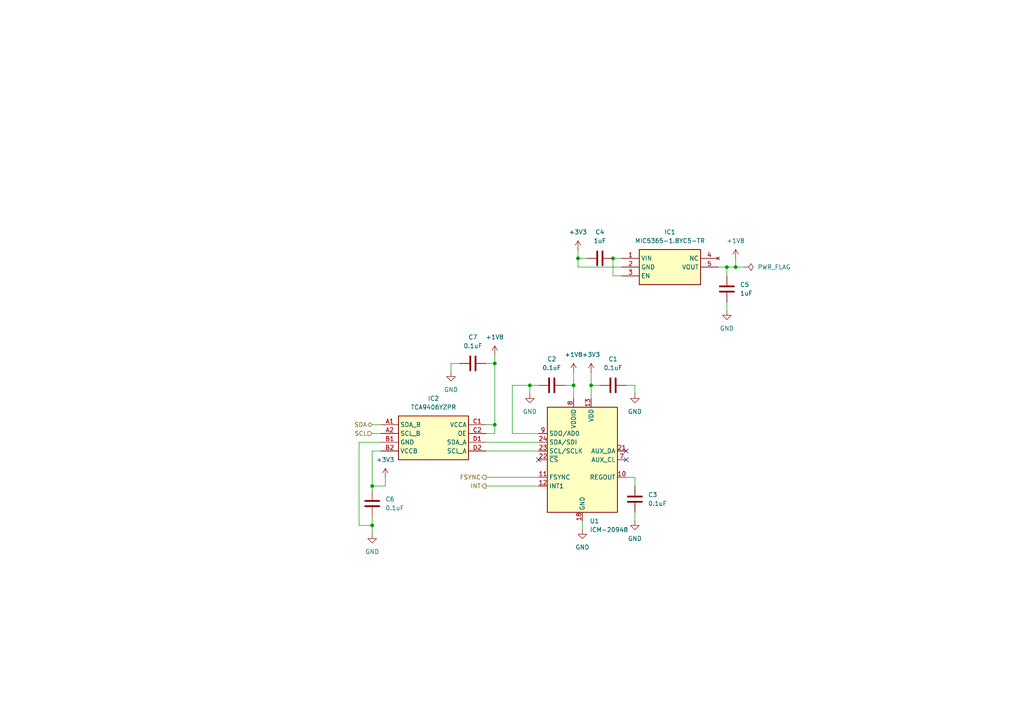
<source format=kicad_sch>
(kicad_sch (version 20250114) (generator "eeschema") (generator_version "9.0")
  (paper "A4")
  (lib_symbols
    (symbol "Device:C" (pin_numbers (hide yes)) (pin_names (offset 0.254))
      (property "Reference" "C" (at 0.635 2.54 0))
      (property "Value" "C" (at 0.635 -2.54 0))
      (symbol "C_0_1"
        (polyline (pts (xy -2.032 0.762) (xy 2.032 0.762)) (stroke (width 0.508)))
        (polyline (pts (xy -2.032 -0.762) (xy 2.032 -0.762)) (stroke (width 0.508)))
      )
      (symbol "C_1_1"
        (pin passive line (at 0 3.81 270) (length 2.794) (name "~") (number "1"))
        (pin passive line (at 0 -3.81 90) (length 2.794) (name "~") (number "2"))
      )
    )
    (symbol "SamacSys_Parts:MIC5365-1.8YC5-TR"
      (property "Reference" "IC" (at 24.13 7.62 0))
      (property "Value" "MIC5365-1.8YC5-TR" (at 24.13 5.08 0))
      (symbol "MIC5365-1.8YC5-TR_1_1"
        (rectangle (start 5.08 2.54) (end 22.86 -7.62) (stroke (width 0.254)) (fill (type background)))
        (pin passive line (at 0 0 0) (length 5.08) (name "VIN") (number "1"))
        (pin passive line (at 0 -2.54 0) (length 5.08) (name "GND") (number "2"))
        (pin passive line (at 0 -5.08 0) (length 5.08) (name "EN") (number "3"))
        (pin no_connect line (at 27.94 0 180) (length 5.08) (name "NC") (number "4"))
        (pin passive line (at 27.94 -2.54 180) (length 5.08) (name "VOUT") (number "5"))
      )
    )
    (symbol "SamacSys_Parts:TCA9406YZPR"
      (property "Reference" "IC" (at 26.67 7.62 0))
      (property "Value" "TCA9406YZPR" (at 26.67 5.08 0))
      (symbol "TCA9406YZPR_1_1"
        (rectangle (start 5.08 2.54) (end 25.4 -10.16) (stroke (width 0.254)) (fill (type background)))
        (pin passive line (at 0 0 0) (length 5.08) (name "SDA_B") (number "A1"))
        (pin passive line (at 0 -2.54 0) (length 5.08) (name "SCL_B") (number "A2"))
        (pin passive line (at 0 -5.08 0) (length 5.08) (name "GND") (number "B1"))
        (pin passive line (at 0 -7.62 0) (length 5.08) (name "VCCB") (number "B2"))
        (pin passive line (at 30.48 0 180) (length 5.08) (name "VCCA") (number "C1"))
        (pin passive line (at 30.48 -2.54 180) (length 5.08) (name "OE") (number "C2"))
        (pin passive line (at 30.48 -5.08 180) (length 5.08) (name "SDA_A") (number "D1"))
        (pin passive line (at 30.48 -7.62 180) (length 5.08) (name "SCL_A") (number "D2"))
      )
    )
    (symbol "Sensor_Motion:ICM-20948"
      (property "Reference" "U" (at -11.43 16.51 0))
      (property "Value" "ICM-20948" (at 7.62 -16.51 0))
      (symbol "ICM-20948_0_1"
        (rectangle (start -10.16 15.24) (end 10.16 -15.24) (stroke (width 0.254)) (fill (type background)))
      )
      (symbol "ICM-20948_1_1"
        (pin bidirectional line (at -12.7 7.62 0) (length 2.54) (name "SDO/AD0") (number "9"))
        (pin bidirectional line (at -12.7 5.08 0) (length 2.54) (name "SDA/SDI") (number "24"))
        (pin input line (at -12.7 2.54 0) (length 2.54) (name "SCL/SCLK") (number "23"))
        (pin input line (at -12.7 0 0) (length 2.54) (name "~{CS}") (number "22"))
        (pin input line (at -12.7 -5.08 0) (length 2.54) (name "FSYNC") (number "11"))
        (pin output line (at -12.7 -7.62 0) (length 2.54) (name "INT1") (number "12"))
        (pin no_connect line (at -10.16 12.7 0) (length 2.54) (hide yes) (name "NC") (number "1"))
        (pin no_connect line (at -10.16 10.16 0) (length 2.54) (hide yes) (name "NC") (number "2"))
        (pin no_connect line (at -10.16 -2.54 0) (length 2.54) (hide yes) (name "NC") (number "3"))
        (pin no_connect line (at -10.16 -10.16 0) (length 2.54) (hide yes) (name "NC") (number "4"))
        (pin no_connect line (at -10.16 -12.7 0) (length 2.54) (hide yes) (name "NC") (number "5"))
        (pin power_in line (at -2.54 17.78 270) (length 2.54) (name "VDDIO") (number "8"))
        (pin power_in line (at 0 -17.78 90) (length 2.54) (name "GND") (number "18"))
        (pin passive line (at 0 -17.78 90) (length 2.54) (hide yes) (name "GND") (number "20"))
        (pin power_in line (at 2.54 17.78 270) (length 2.54) (name "VDD") (number "13"))
        (pin no_connect line (at 10.16 10.16 180) (length 2.54) (hide yes) (name "NC") (number "6"))
        (pin no_connect line (at 10.16 7.62 180) (length 2.54) (hide yes) (name "NC") (number "14"))
        (pin no_connect line (at 10.16 5.08 180) (length 2.54) (hide yes) (name "NC") (number "15"))
        (pin no_connect line (at 10.16 -7.62 180) (length 2.54) (hide yes) (name "NC") (number "16"))
        (pin no_connect line (at 10.16 -10.16 180) (length 2.54) (hide yes) (name "NC") (number "17"))
        (pin no_connect line (at 10.16 -12.7 180) (length 2.54) (hide yes) (name "RESV") (number "19"))
        (pin bidirectional line (at 12.7 2.54 180) (length 2.54) (name "AUX_DA") (number "21"))
        (pin output line (at 12.7 0 180) (length 2.54) (name "AUX_CL") (number "7"))
        (pin passive line (at 12.7 -5.08 180) (length 2.54) (name "REGOUT") (number "10"))
      )
    )
    (symbol "power:+1V8" (power) (pin_numbers (hide yes)) (pin_names (offset 0) (hide yes))
      (property "Value" "+1V8" (at 0 3.556 0))
      (symbol "+1V8_0_1"
        (polyline (pts (xy -0.762 1.27) (xy 0 2.54)))
        (polyline (pts (xy 0 2.54) (xy 0.762 1.27)))
        (polyline (pts (xy 0 0) (xy 0 2.54)))
      )
      (symbol "+1V8_1_1"
        (pin power_in line (at 0 0 90) (length 0) (name "~") (number "1"))
      )
    )
    (symbol "power:+3V3" (power) (pin_numbers (hide yes)) (pin_names (offset 0) (hide yes))
      (property "Value" "+3V3" (at 0 3.556 0))
      (symbol "+3V3_0_1"
        (polyline (pts (xy -0.762 1.27) (xy 0 2.54)))
        (polyline (pts (xy 0 2.54) (xy 0.762 1.27)))
        (polyline (pts (xy 0 0) (xy 0 2.54)))
      )
      (symbol "+3V3_1_1"
        (pin power_in line (at 0 0 90) (length 0) (name "~") (number "1"))
      )
    )
    (symbol "power:GND" (power) (pin_numbers (hide yes)) (pin_names (offset 0) (hide yes))
      (property "Value" "GND" (at 0 -3.81 0))
      (symbol "GND_0_1"
        (polyline (pts (xy 0 0) (xy 0 -1.27) (xy 1.27 -1.27) (xy 0 -2.54) (xy -1.27 -1.27) (xy 0 -1.27)))
      )
      (symbol "GND_1_1"
        (pin power_in line (at 0 0 270) (length 0) (name "~") (number "1"))
      )
    )
    (symbol "power:PWR_FLAG" (power) (pin_numbers (hide yes)) (pin_names (offset 0) (hide yes))
      (property "Value" "PWR_FLAG" (at 0 3.81 0))
      (symbol "PWR_FLAG_0_0"
        (pin power_out line (at 0 0 90) (length 0) (name "~") (number "1"))
      )
      (symbol "PWR_FLAG_0_1"
        (polyline (pts (xy 0 0) (xy 0 1.27) (xy -1.016 1.905) (xy 0 2.54) (xy 1.016 1.905) (xy 0 1.27)))
      )
    )
  )
  (junction (at 107.95 140.97))
  (junction (at 107.95 152.4))
  (junction (at 143.51 105.41))
  (junction (at 171.45 111.76))
  (junction (at 210.82 77.47))
  (junction (at 153.67 111.76))
  (junction (at 167.64 74.93))
  (junction (at 177.8 74.93))
  (junction (at 166.37 111.76))
  (junction (at 143.51 123.19))
  (junction (at 213.36 77.47))
  (no_connect (at 181.61 130.81))
  (no_connect (at 181.61 133.35))
  (no_connect (at 156.21 133.35))
  (wire (pts (xy 143.51 102.87) (xy 143.51 105.41)))
  (wire (pts (xy 168.91 151.13) (xy 168.91 153.67)))
  (wire (pts (xy 163.83 111.76) (xy 166.37 111.76)))
  (wire (pts (xy 180.34 77.47) (xy 167.64 77.47)))
  (wire (pts (xy 177.8 74.93) (xy 177.8 80.01)))
  (wire (pts (xy 184.15 148.59) (xy 184.15 151.13)))
  (wire (pts (xy 153.67 111.76) (xy 153.67 114.3)))
  (wire (pts (xy 107.95 130.81) (xy 107.95 140.97)))
  (wire (pts (xy 177.8 80.01) (xy 180.34 80.01)))
  (wire (pts (xy 143.51 123.19) (xy 140.97 123.19)))
  (wire (pts (xy 143.51 105.41) (xy 143.51 123.19)))
  (wire (pts (xy 140.97 130.81) (xy 156.21 130.81)))
  (wire (pts (xy 167.64 77.47) (xy 167.64 74.93)))
  (wire (pts (xy 111.76 138.43) (xy 111.76 140.97)))
  (wire (pts (xy 140.97 140.97) (xy 156.21 140.97)))
  (wire (pts (xy 143.51 125.73) (xy 143.51 123.19)))
  (wire (pts (xy 107.95 140.97) (xy 111.76 140.97)))
  (wire (pts (xy 184.15 114.3) (xy 184.15 111.76)))
  (wire (pts (xy 148.59 111.76) (xy 153.67 111.76)))
  (wire (pts (xy 171.45 107.95) (xy 171.45 111.76)))
  (wire (pts (xy 167.64 74.93) (xy 170.18 74.93)))
  (wire (pts (xy 166.37 111.76) (xy 166.37 115.57)))
  (wire (pts (xy 140.97 138.43) (xy 156.21 138.43)))
  (wire (pts (xy 107.95 152.4) (xy 107.95 149.86)))
  (wire (pts (xy 148.59 125.73) (xy 148.59 111.76)))
  (wire (pts (xy 107.95 140.97) (xy 107.95 142.24)))
  (wire (pts (xy 181.61 138.43) (xy 184.15 138.43)))
  (wire (pts (xy 133.35 105.41) (xy 130.81 105.41)))
  (wire (pts (xy 156.21 111.76) (xy 153.67 111.76)))
  (wire (pts (xy 104.14 128.27) (xy 110.49 128.27)))
  (wire (pts (xy 213.36 74.93) (xy 213.36 77.47)))
  (wire (pts (xy 180.34 74.93) (xy 177.8 74.93)))
  (wire (pts (xy 210.82 77.47) (xy 213.36 77.47)))
  (wire (pts (xy 130.81 105.41) (xy 130.81 107.95)))
  (wire (pts (xy 107.95 152.4) (xy 107.95 154.94)))
  (wire (pts (xy 213.36 77.47) (xy 215.9 77.47)))
  (wire (pts (xy 184.15 138.43) (xy 184.15 140.97)))
  (wire (pts (xy 156.21 125.73) (xy 148.59 125.73)))
  (wire (pts (xy 171.45 111.76) (xy 171.45 115.57)))
  (wire (pts (xy 107.95 125.73) (xy 110.49 125.73)))
  (wire (pts (xy 167.64 72.39) (xy 167.64 74.93)))
  (wire (pts (xy 184.15 111.76) (xy 181.61 111.76)))
  (wire (pts (xy 107.95 152.4) (xy 104.14 152.4)))
  (wire (pts (xy 110.49 130.81) (xy 107.95 130.81)))
  (wire (pts (xy 140.97 125.73) (xy 143.51 125.73)))
  (wire (pts (xy 104.14 152.4) (xy 104.14 128.27)))
  (wire (pts (xy 171.45 111.76) (xy 173.99 111.76)))
  (wire (pts (xy 208.28 77.47) (xy 210.82 77.47)))
  (wire (pts (xy 210.82 87.63) (xy 210.82 90.17)))
  (wire (pts (xy 166.37 107.95) (xy 166.37 111.76)))
  (wire (pts (xy 140.97 128.27) (xy 156.21 128.27)))
  (wire (pts (xy 107.95 123.19) (xy 110.49 123.19)))
  (wire (pts (xy 210.82 77.47) (xy 210.82 80.01)))
  (wire (pts (xy 140.97 105.41) (xy 143.51 105.41)))
  (hierarchical_label "SCL" (shape input) (at 107.95 125.73 180))
  (hierarchical_label "FSYNC" (shape output) (at 140.97 138.43 180))
  (hierarchical_label "SDA" (shape bidirectional) (at 107.95 123.19 180))
  (hierarchical_label "INT" (shape output) (at 140.97 140.97 180))
  (symbol (lib_id "Device:C") (at 177.8 111.76 90) (unit 1)
    (property "Reference" "C1" (at 177.8 104.14 90))
    (property "Value" "0.1uF" (at 177.8 106.68 90))
    (property "Footprint" "Capacitor_SMD:C_0402_1005Metric" (effects (hide yes)))
    (property "Description" "Unpolarized capacitor" (effects (hide yes)))
  )
  (symbol (lib_id "power:+3V3") (at 167.64 72.39 0) (unit 1)
    (property "Reference" "#PWR02" (effects (hide yes)))
    (property "Value" "+3V3" (at 167.64 67.31 0))
    (property "Description" "Power symbol creates a global label with name \"+3V3\"" (effects (hide yes)))
  )
  (symbol (lib_id "Sensor_Motion:ICM-20948") (at 168.91 133.35 0) (unit 1)
    (property "Reference" "U1" (at 171.0533 151.13 0) (effects (justify left)))
    (property "Value" "ICM-20948" (at 171.0533 153.67 0) (effects (justify left)))
    (property "Footprint" "Sensor_Motion:InvenSense_QFN-24_3x3mm_P0.4mm" (effects (hide yes)))
    (property "Datasheet" "http://www.invensense.com/wp-content/uploads/2016/06/DS-000189-ICM-20948-v1.3.pdf" (effects (hide yes)))
    (property "Description" "InvenSense 9-Axis Motion Sensor, Accelerometer, Gyroscope, Compass, I2C/SPI, QFN-24" (effects (hide yes)))
  )
  (symbol (lib_id "power:GND") (at 184.15 151.13 0) (unit 1)
    (property "Reference" "#PWR09" (effects (hide yes)))
    (property "Value" "GND" (at 184.15 156.21 0))
    (property "Description" "Power symbol creates a global label with name \"GND\" , ground" (effects (hide yes)))
  )
  (symbol (lib_id "power:GND") (at 130.81 107.95 0) (unit 1)
    (property "Reference" "#PWR015" (effects (hide yes)))
    (property "Value" "GND" (at 130.81 113.03 0))
    (property "Description" "Power symbol creates a global label with name \"GND\" , ground" (effects (hide yes)))
  )
  (symbol (lib_id "power:GND") (at 210.82 90.17 0) (unit 1)
    (property "Reference" "#PWR03" (effects (hide yes)))
    (property "Value" "GND" (at 210.82 95.25 0))
    (property "Description" "Power symbol creates a global label with name \"GND\" , ground" (effects (hide yes)))
  )
  (symbol (lib_id "power:PWR_FLAG") (at 215.9 77.47 270) (unit 1)
    (property "Reference" "#FLG07" (effects (hide yes)))
    (property "Value" "PWR_FLAG" (at 219.71 77.4699 90) (effects (justify left)))
    (property "Description" "Special symbol for telling ERC where power comes from" (effects (hide yes)))
  )
  (symbol (lib_id "power:+1V8") (at 213.36 74.93 0) (unit 1)
    (property "Reference" "#PWR04" (effects (hide yes)))
    (property "Value" "+1V8" (at 213.36 69.85 0))
    (property "Description" "Power symbol creates a global label with name \"+1V8\"" (effects (hide yes)))
  )
  (symbol (lib_id "SamacSys_Parts:TCA9406YZPR") (at 110.49 123.19 0) (unit 1)
    (property "Reference" "IC2" (at 125.73 115.57 0))
    (property "Value" "TCA9406YZPR" (at 125.73 118.11 0))
    (property "Footprint" "SamacSys_Parts:BGA8C50P2X4_89X189X50" (effects (hide yes)))
    (property "Datasheet" "http://www.ti.com/lit/ds/symlink/tca9406.pdf" (effects (hide yes)))
    (property "Description" "Translation - Voltage Levels I2C-BUS and SMBus Vltg Lev-Translator" (effects (hide yes)))
    (property "Height" "0.5" (effects (hide yes)))
    (property "Mouser Part Number" "595-TCA9406YZPR" (effects (hide yes)))
    (property "Mouser Price/Stock" "https://www.mouser.co.uk/ProductDetail/Texas-Instruments/TCA9406YZPR?qs=Ze4%2FuFuz19L%2F1m5%2FfctR6g%3D%3D" (effects (hide yes)))
    (property "Manufacturer_Name" "Texas Instruments" (effects (hide yes)))
    (property "Manufacturer_Part_Number" "TCA9406YZPR" (effects (hide yes)))
  )
  (symbol (lib_id "power:GND") (at 107.95 154.94 0) (unit 1)
    (property "Reference" "#PWR013" (effects (hide yes)))
    (property "Value" "GND" (at 107.95 160.02 0))
    (property "Description" "Power symbol creates a global label with name \"GND\" , ground" (effects (hide yes)))
  )
  (symbol (lib_id "Device:C") (at 173.99 74.93 90) (unit 1)
    (property "Reference" "C4" (at 173.99 67.31 90))
    (property "Value" "1uF" (at 173.99 69.85 90))
    (property "Footprint" "Capacitor_SMD:C_0402_1005Metric" (effects (hide yes)))
    (property "Description" "Unpolarized capacitor" (effects (hide yes)))
  )
  (symbol (lib_id "Device:C") (at 210.82 83.82 180) (unit 1)
    (property "Reference" "C5" (at 214.63 82.5499 0) (effects (justify right)))
    (property "Value" "1uF" (at 214.63 85.0899 0) (effects (justify right)))
    (property "Footprint" "Capacitor_SMD:C_0402_1005Metric" (effects (hide yes)))
    (property "Description" "Unpolarized capacitor" (effects (hide yes)))
  )
  (symbol (lib_id "Device:C") (at 107.95 146.05 180) (unit 1)
    (property "Reference" "C6" (at 111.76 144.7799 0) (effects (justify right)))
    (property "Value" "0.1uF" (at 111.76 147.3199 0) (effects (justify right)))
    (property "Footprint" "Capacitor_SMD:C_0402_1005Metric" (effects (hide yes)))
    (property "Description" "Unpolarized capacitor" (effects (hide yes)))
  )
  (symbol (lib_id "power:+3V3") (at 111.76 138.43 0) (unit 1)
    (property "Reference" "#PWR012" (effects (hide yes)))
    (property "Value" "+3V3" (at 111.76 133.35 0))
    (property "Description" "Power symbol creates a global label with name \"+3V3\"" (effects (hide yes)))
  )
  (symbol (lib_id "power:GND") (at 184.15 114.3 0) (unit 1)
    (property "Reference" "#PWR08" (effects (hide yes)))
    (property "Value" "GND" (at 184.15 119.38 0))
    (property "Description" "Power symbol creates a global label with name \"GND\" , ground" (effects (hide yes)))
  )
  (symbol (lib_id "power:+3V3") (at 171.45 107.95 0) (unit 1)
    (property "Reference" "#PWR05" (effects (hide yes)))
    (property "Value" "+3V3" (at 171.45 102.87 0))
    (property "Description" "Power symbol creates a global label with name \"+3V3\"" (effects (hide yes)))
  )
  (symbol (lib_id "power:+1V8") (at 143.51 102.87 0) (unit 1)
    (property "Reference" "#PWR014" (effects (hide yes)))
    (property "Value" "+1V8" (at 143.51 97.79 0))
    (property "Description" "Power symbol creates a global label with name \"+1V8\"" (effects (hide yes)))
  )
  (symbol (lib_id "SamacSys_Parts:MIC5365-1.8YC5-TR") (at 180.34 74.93 0) (unit 1)
    (property "Reference" "IC1" (at 194.31 67.31 0))
    (property "Value" "MIC5365-1.8YC5-TR" (at 194.31 69.85 0))
    (property "Footprint" "SamacSys_Parts:SOT65P210X110-5N" (effects (hide yes)))
    (property "Datasheet" "http://ww1.microchip.com/downloads/en/DeviceDoc/mic5365.pdf" (effects (hide yes)))
    (property "Description" "IC REG LINEAR 1.8V 150MA SC70-5" (effects (hide yes)))
    (property "Height" "1.1" (effects (hide yes)))
    (property "Mouser Part Number" "998-MIC5365-1.8YC5TR" (effects (hide yes)))
    (property "Mouser Price/Stock" "https://www.mouser.co.uk/ProductDetail/Microchip-Technology/MIC5365-1.8YC5-TR?qs=U6T8BxXiZAUJRWmX5wGIlA%3D%3D" (effects (hide yes)))
    (property "Manufacturer_Name" "Microchip" (effects (hide yes)))
    (property "Manufacturer_Part_Number" "MIC5365-1.8YC5-TR" (effects (hide yes)))
  )
  (symbol (lib_id "power:GND") (at 153.67 114.3 0) (unit 1)
    (property "Reference" "#PWR07" (effects (hide yes)))
    (property "Value" "GND" (at 153.67 119.38 0))
    (property "Description" "Power symbol creates a global label with name \"GND\" , ground" (effects (hide yes)))
  )
  (symbol (lib_id "power:+1V8") (at 166.37 107.95 0) (unit 1)
    (property "Reference" "#PWR01" (effects (hide yes)))
    (property "Value" "+1V8" (at 166.37 102.87 0))
    (property "Description" "Power symbol creates a global label with name \"+1V8\"" (effects (hide yes)))
  )
  (symbol (lib_id "Device:C") (at 137.16 105.41 90) (unit 1)
    (property "Reference" "C7" (at 137.16 97.79 90))
    (property "Value" "0.1uF" (at 137.16 100.33 90))
    (property "Footprint" "Capacitor_SMD:C_0402_1005Metric" (effects (hide yes)))
    (property "Description" "Unpolarized capacitor" (effects (hide yes)))
  )
  (symbol (lib_id "Device:C") (at 184.15 144.78 180) (unit 1)
    (property "Reference" "C3" (at 187.96 143.5099 0) (effects (justify right)))
    (property "Value" "0.1uF" (at 187.96 146.0499 0) (effects (justify right)))
    (property "Footprint" "Capacitor_SMD:C_0402_1005Metric" (effects (hide yes)))
    (property "Description" "Unpolarized capacitor" (effects (hide yes)))
  )
  (symbol (lib_id "power:GND") (at 168.91 153.67 0) (unit 1)
    (property "Reference" "#PWR06" (effects (hide yes)))
    (property "Value" "GND" (at 168.91 158.75 0))
    (property "Description" "Power symbol creates a global label with name \"GND\" , ground" (effects (hide yes)))
  )
  (symbol (lib_id "Device:C") (at 160.02 111.76 90) (unit 1)
    (property "Reference" "C2" (at 160.02 104.14 90))
    (property "Value" "0.1uF" (at 160.02 106.68 90))
    (property "Footprint" "Capacitor_SMD:C_0402_1005Metric" (effects (hide yes)))
    (property "Description" "Unpolarized capacitor" (effects (hide yes)))
  )
)
</source>
